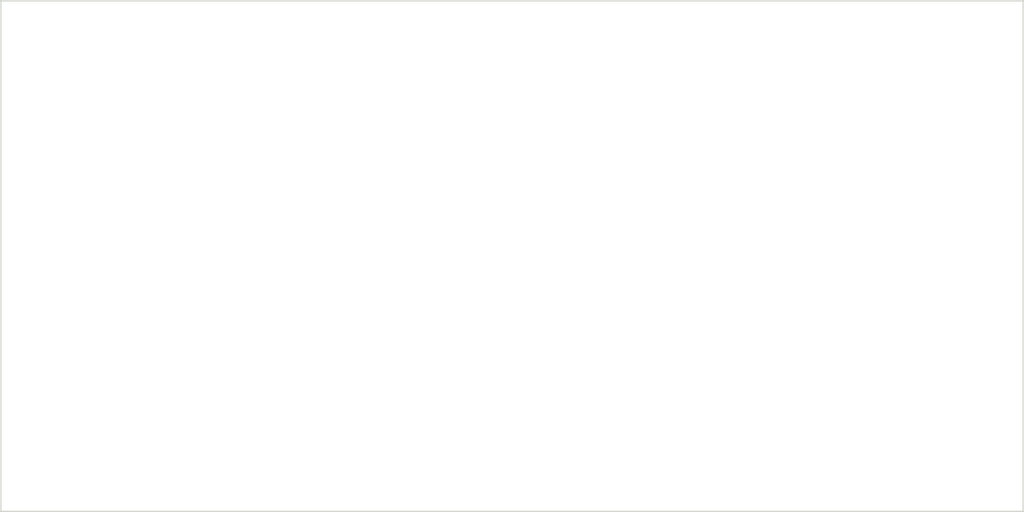
<source format=kicad_pcb>
(kicad_pcb (version 20211014) (generator pcbnew)

  (general
    (thickness 1.61064)
  )

  (paper "B")
  (layers
    (0 "F.Cu" mixed "Copper_Top")
    (1 "In1.Cu" mixed "Copper_1")
    (2 "In2.Cu" mixed "Copper_2")
    (31 "B.Cu" mixed "Copper_Bottom")
    (32 "B.Adhes" user "Adhesive_Bottom")
    (33 "F.Adhes" user "Adhesive_Top")
    (34 "B.Paste" user "Paste_Bottom")
    (35 "F.Paste" user "Paste_Top")
    (36 "B.SilkS" user "Silk_Bottom")
    (37 "F.SilkS" user "Silk_Top")
    (38 "B.Mask" user "Mask_Bottom")
    (39 "F.Mask" user "Mask_Top")
    (40 "Dwgs.User" user "Drawings")
    (41 "Cmts.User" user "Comments")
    (44 "Edge.Cuts" user "Board_Outline")
    (45 "Margin" user)
    (46 "B.CrtYd" user "Courtyard_Bottom")
    (47 "F.CrtYd" user "Courtyard_Top")
    (48 "B.Fab" user "Fab_Bottom")
    (49 "F.Fab" user "Fab_Top")
    (50 "User.1" user "Measurements")
  )

  (setup
    (stackup
      (layer "F.SilkS" (type "Top Silk Screen") (material "Direct Printing"))
      (layer "F.Paste" (type "Top Solder Paste"))
      (layer "F.Mask" (type "Top Solder Mask") (thickness 0.02032) (material "Liquid Ink") (epsilon_r 3.3) (loss_tangent 0))
      (layer "F.Cu" (type "copper") (thickness 0.035))
      (layer "dielectric 1" (type "core") (thickness 0.2 locked) (material "FR4") (epsilon_r 4.6) (loss_tangent 0.02))
      (layer "In1.Cu" (type "copper") (thickness 0.0175))
      (layer "dielectric 2" (type "prepreg") (thickness 1.065 locked) (material "FR4") (epsilon_r 4.6) (loss_tangent 0.02))
      (layer "In2.Cu" (type "copper") (thickness 0.0175))
      (layer "dielectric 3" (type "core") (thickness 0.2 locked) (material "FR4") (epsilon_r 4.6) (loss_tangent 0.02))
      (layer "B.Cu" (type "copper") (thickness 0.035))
      (layer "B.Mask" (type "Bottom Solder Mask") (thickness 0.02032) (material "Liquid Ink") (epsilon_r 3.3) (loss_tangent 0))
      (layer "B.Paste" (type "Bottom Solder Paste"))
      (layer "B.SilkS" (type "Bottom Silk Screen") (material "Direct Printing"))
      (copper_finish "Immersion gold")
      (dielectric_constraints yes)
    )
    (pad_to_mask_clearance 0)
    (pcbplotparams
      (layerselection 0x00010fc_ffffffff)
      (disableapertmacros false)
      (usegerberextensions false)
      (usegerberattributes true)
      (usegerberadvancedattributes true)
      (creategerberjobfile true)
      (svguseinch false)
      (svgprecision 6)
      (excludeedgelayer true)
      (plotframeref false)
      (viasonmask false)
      (mode 1)
      (useauxorigin false)
      (hpglpennumber 1)
      (hpglpenspeed 20)
      (hpglpendiameter 15.000000)
      (dxfpolygonmode true)
      (dxfimperialunits true)
      (dxfusepcbnewfont true)
      (psnegative false)
      (psa4output false)
      (plotreference true)
      (plotvalue true)
      (plotinvisibletext false)
      (sketchpadsonfab false)
      (subtractmaskfromsilk false)
      (outputformat 1)
      (mirror false)
      (drillshape 1)
      (scaleselection 1)
      (outputdirectory "")
    )
  )

  (net 0 "")

  (gr_line (start 112 62) (end 12 62) (layer "Edge.Cuts") (width 0.1524) (tstamp 2c9c4918-f67d-4db0-b81d-4f58470dfdd5))
  (gr_line (start 12 12) (end 112 12) (layer "Edge.Cuts") (width 0.1524) (tstamp 75d05498-6609-433d-9195-978f3236ec60))
  (gr_line (start 12 62) (end 12 12) (layer "Edge.Cuts") (width 0.1524) (tstamp 8ed4568e-5900-44bd-84d5-513b643504e7))
  (gr_line (start 112 12) (end 112 62) (layer "Edge.Cuts") (width 0.1524) (tstamp ecf24ccc-cdea-42e2-a8fb-614c0ac25a7f))

)

</source>
